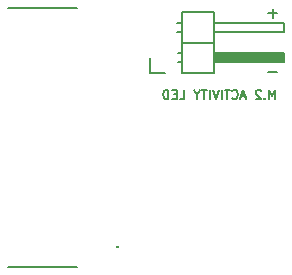
<source format=gbr>
%TF.GenerationSoftware,KiCad,Pcbnew,(5.1.6)-1*%
%TF.CreationDate,2021-07-09T16:03:55+01:00*%
%TF.ProjectId,t9120riser,74393132-3072-4697-9365-722e6b696361,rev?*%
%TF.SameCoordinates,Original*%
%TF.FileFunction,Legend,Bot*%
%TF.FilePolarity,Positive*%
%FSLAX46Y46*%
G04 Gerber Fmt 4.6, Leading zero omitted, Abs format (unit mm)*
G04 Created by KiCad (PCBNEW (5.1.6)-1) date 2021-07-09 16:03:55*
%MOMM*%
%LPD*%
G01*
G04 APERTURE LIST*
%ADD10C,0.150000*%
%ADD11C,0.180000*%
%ADD12C,0.152400*%
G04 APERTURE END LIST*
D10*
X186230952Y-103671428D02*
X185469047Y-103671428D01*
X186230952Y-98671428D02*
X185469047Y-98671428D01*
X185850000Y-99052380D02*
X185850000Y-98290476D01*
D11*
%TO.C,J3*%
X178190000Y-103770000D02*
X178190000Y-98570000D01*
X178190000Y-98570000D02*
X180850000Y-98570000D01*
X180850000Y-98570000D02*
X180850000Y-103770000D01*
X180850000Y-103770000D02*
X178190000Y-103770000D01*
X180850000Y-102820000D02*
X186850000Y-102820000D01*
X186850000Y-102820000D02*
X186850000Y-102060000D01*
X186850000Y-102060000D02*
X180850000Y-102060000D01*
X180850000Y-102760000D02*
X186850000Y-102760000D01*
X180850000Y-102640000D02*
X186850000Y-102640000D01*
X180850000Y-102520000D02*
X186850000Y-102520000D01*
X180850000Y-102400000D02*
X186850000Y-102400000D01*
X180850000Y-102280000D02*
X186850000Y-102280000D01*
X180850000Y-102160000D02*
X186850000Y-102160000D01*
X177860000Y-102820000D02*
X178190000Y-102820000D01*
X177860000Y-102060000D02*
X178190000Y-102060000D01*
X178190000Y-101170000D02*
X180850000Y-101170000D01*
X180850000Y-100280000D02*
X186850000Y-100280000D01*
X186850000Y-100280000D02*
X186850000Y-99520000D01*
X186850000Y-99520000D02*
X180850000Y-99520000D01*
X177792929Y-100280000D02*
X178190000Y-100280000D01*
X177792929Y-99520000D02*
X178190000Y-99520000D01*
X175480000Y-102440000D02*
X175480000Y-103710000D01*
X175480000Y-103710000D02*
X176750000Y-103710000D01*
%TO.C,J4*%
X172795000Y-118450000D02*
X172795000Y-118450000D01*
X172695000Y-118450000D02*
X172695000Y-118450000D01*
X163451000Y-120200000D02*
X169250000Y-120200000D01*
X163451000Y-98200000D02*
X169250000Y-98200000D01*
X172795000Y-118450000D02*
G75*
G03*
X172695000Y-118450000I-50000J0D01*
G01*
X172695000Y-118450000D02*
G75*
G03*
X172795000Y-118450000I50000J0D01*
G01*
%TO.C,J3*%
D12*
X186067142Y-105944714D02*
X186067142Y-105182714D01*
X185813142Y-105727000D01*
X185559142Y-105182714D01*
X185559142Y-105944714D01*
X185196285Y-105872142D02*
X185160000Y-105908428D01*
X185196285Y-105944714D01*
X185232571Y-105908428D01*
X185196285Y-105872142D01*
X185196285Y-105944714D01*
X184869714Y-105255285D02*
X184833428Y-105219000D01*
X184760857Y-105182714D01*
X184579428Y-105182714D01*
X184506857Y-105219000D01*
X184470571Y-105255285D01*
X184434285Y-105327857D01*
X184434285Y-105400428D01*
X184470571Y-105509285D01*
X184906000Y-105944714D01*
X184434285Y-105944714D01*
X183563428Y-105727000D02*
X183200571Y-105727000D01*
X183636000Y-105944714D02*
X183382000Y-105182714D01*
X183128000Y-105944714D01*
X182438571Y-105872142D02*
X182474857Y-105908428D01*
X182583714Y-105944714D01*
X182656285Y-105944714D01*
X182765142Y-105908428D01*
X182837714Y-105835857D01*
X182874000Y-105763285D01*
X182910285Y-105618142D01*
X182910285Y-105509285D01*
X182874000Y-105364142D01*
X182837714Y-105291571D01*
X182765142Y-105219000D01*
X182656285Y-105182714D01*
X182583714Y-105182714D01*
X182474857Y-105219000D01*
X182438571Y-105255285D01*
X182220857Y-105182714D02*
X181785428Y-105182714D01*
X182003142Y-105944714D02*
X182003142Y-105182714D01*
X181531428Y-105944714D02*
X181531428Y-105182714D01*
X181277428Y-105182714D02*
X181023428Y-105944714D01*
X180769428Y-105182714D01*
X180515428Y-105944714D02*
X180515428Y-105182714D01*
X180261428Y-105182714D02*
X179826000Y-105182714D01*
X180043714Y-105944714D02*
X180043714Y-105182714D01*
X179426857Y-105581857D02*
X179426857Y-105944714D01*
X179680857Y-105182714D02*
X179426857Y-105581857D01*
X179172857Y-105182714D01*
X177975428Y-105944714D02*
X178338285Y-105944714D01*
X178338285Y-105182714D01*
X177721428Y-105545571D02*
X177467428Y-105545571D01*
X177358571Y-105944714D02*
X177721428Y-105944714D01*
X177721428Y-105182714D01*
X177358571Y-105182714D01*
X177032000Y-105944714D02*
X177032000Y-105182714D01*
X176850571Y-105182714D01*
X176741714Y-105219000D01*
X176669142Y-105291571D01*
X176632857Y-105364142D01*
X176596571Y-105509285D01*
X176596571Y-105618142D01*
X176632857Y-105763285D01*
X176669142Y-105835857D01*
X176741714Y-105908428D01*
X176850571Y-105944714D01*
X177032000Y-105944714D01*
%TD*%
M02*

</source>
